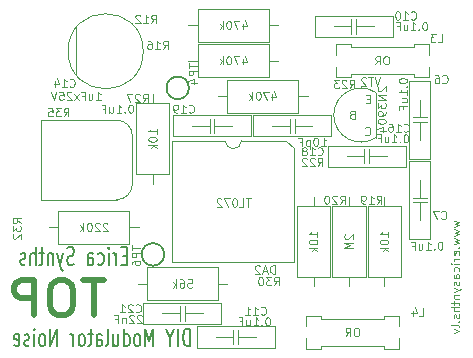
<source format=gbo>
G04 #@! TF.FileFunction,Legend,Bot*
%FSLAX46Y46*%
G04 Gerber Fmt 4.6, Leading zero omitted, Abs format (unit mm)*
G04 Created by KiCad (PCBNEW (2016-08-20 BZR 7083)-product) date Sun Jan  1 23:07:31 2017*
%MOMM*%
%LPD*%
G01*
G04 APERTURE LIST*
%ADD10C,0.100000*%
%ADD11C,0.500000*%
%ADD12C,0.150000*%
G04 APERTURE END LIST*
D10*
D11*
X8428571Y6642858D02*
X6714285Y6642858D01*
X7571428Y3642858D02*
X7571428Y6642858D01*
X5142857Y6642858D02*
X4571428Y6642858D01*
X4285714Y6500000D01*
X4000000Y6214286D01*
X3857142Y5642858D01*
X3857142Y4642858D01*
X4000000Y4071429D01*
X4285714Y3785715D01*
X4571428Y3642858D01*
X5142857Y3642858D01*
X5428571Y3785715D01*
X5714285Y4071429D01*
X5857142Y4642858D01*
X5857142Y5642858D01*
X5714285Y6214286D01*
X5428571Y6500000D01*
X5142857Y6642858D01*
X2571428Y3642858D02*
X2571428Y6642858D01*
X1428571Y6642858D01*
X1142857Y6500000D01*
X1000000Y6357143D01*
X857142Y6071429D01*
X857142Y5642858D01*
X1000000Y5357143D01*
X1142857Y5214286D01*
X1428571Y5071429D01*
X2571428Y5071429D01*
D10*
X29450000Y20650000D02*
X29350000Y20616667D01*
X29316666Y20583334D01*
X29283333Y20516667D01*
X29283333Y20416667D01*
X29316666Y20350000D01*
X29350000Y20316667D01*
X29416666Y20283334D01*
X29683333Y20283334D01*
X29683333Y20983334D01*
X29450000Y20983334D01*
X29383333Y20950000D01*
X29350000Y20916667D01*
X29316666Y20850000D01*
X29316666Y20783334D01*
X29350000Y20716667D01*
X29383333Y20683334D01*
X29450000Y20650000D01*
X29683333Y20650000D01*
X30583333Y18950000D02*
X30616666Y18916667D01*
X30716666Y18883334D01*
X30783333Y18883334D01*
X30883333Y18916667D01*
X30950000Y18983334D01*
X30983333Y19050000D01*
X31016666Y19183334D01*
X31016666Y19283334D01*
X30983333Y19416667D01*
X30950000Y19483334D01*
X30883333Y19550000D01*
X30783333Y19583334D01*
X30716666Y19583334D01*
X30616666Y19550000D01*
X30583333Y19516667D01*
X30950000Y21950000D02*
X30716666Y21950000D01*
X30616666Y21583334D02*
X30950000Y21583334D01*
X30950000Y22283334D01*
X30616666Y22283334D01*
X31683333Y23000000D02*
X31650000Y22966667D01*
X31616666Y22900000D01*
X31616666Y22733334D01*
X31650000Y22666667D01*
X31683333Y22633334D01*
X31750000Y22600000D01*
X31816666Y22600000D01*
X31916666Y22633334D01*
X32316666Y23033334D01*
X32316666Y22600000D01*
X32316666Y22300000D02*
X31616666Y22300000D01*
X32316666Y21900000D01*
X31616666Y21900000D01*
X31616666Y21633334D02*
X31616666Y21200000D01*
X31883333Y21433334D01*
X31883333Y21333334D01*
X31916666Y21266667D01*
X31950000Y21233334D01*
X32016666Y21200000D01*
X32183333Y21200000D01*
X32250000Y21233334D01*
X32283333Y21266667D01*
X32316666Y21333334D01*
X32316666Y21533334D01*
X32283333Y21600000D01*
X32250000Y21633334D01*
X32316666Y20866667D02*
X32316666Y20733334D01*
X32283333Y20666667D01*
X32250000Y20633334D01*
X32150000Y20566667D01*
X32016666Y20533334D01*
X31750000Y20533334D01*
X31683333Y20566667D01*
X31650000Y20600000D01*
X31616666Y20666667D01*
X31616666Y20800000D01*
X31650000Y20866667D01*
X31683333Y20900000D01*
X31750000Y20933334D01*
X31916666Y20933334D01*
X31983333Y20900000D01*
X32016666Y20866667D01*
X32050000Y20800000D01*
X32050000Y20666667D01*
X32016666Y20600000D01*
X31983333Y20566667D01*
X31916666Y20533334D01*
X31616666Y20100000D02*
X31616666Y20033334D01*
X31650000Y19966667D01*
X31683333Y19933334D01*
X31750000Y19900000D01*
X31883333Y19866667D01*
X32050000Y19866667D01*
X32183333Y19900000D01*
X32250000Y19933334D01*
X32283333Y19966667D01*
X32316666Y20033334D01*
X32316666Y20100000D01*
X32283333Y20166667D01*
X32250000Y20200000D01*
X32183333Y20233334D01*
X32050000Y20266667D01*
X31883333Y20266667D01*
X31750000Y20233334D01*
X31683333Y20200000D01*
X31650000Y20166667D01*
X31616666Y20100000D01*
X31850000Y19266667D02*
X32316666Y19266667D01*
X31583333Y19433334D02*
X32083333Y19600000D01*
X32083333Y19166667D01*
D12*
X15728571Y1021429D02*
X15728571Y2521429D01*
X15490476Y2521429D01*
X15347619Y2450000D01*
X15252380Y2307143D01*
X15204761Y2164286D01*
X15157142Y1878572D01*
X15157142Y1664286D01*
X15204761Y1378572D01*
X15252380Y1235715D01*
X15347619Y1092858D01*
X15490476Y1021429D01*
X15728571Y1021429D01*
X14728571Y1021429D02*
X14728571Y2521429D01*
X14061904Y1735715D02*
X14061904Y1021429D01*
X14395238Y2521429D02*
X14061904Y1735715D01*
X13728571Y2521429D01*
X12633333Y1021429D02*
X12633333Y2521429D01*
X12300000Y1450000D01*
X11966666Y2521429D01*
X11966666Y1021429D01*
X11347619Y1021429D02*
X11442857Y1092858D01*
X11490476Y1164286D01*
X11538095Y1307143D01*
X11538095Y1735715D01*
X11490476Y1878572D01*
X11442857Y1950000D01*
X11347619Y2021429D01*
X11204761Y2021429D01*
X11109523Y1950000D01*
X11061904Y1878572D01*
X11014285Y1735715D01*
X11014285Y1307143D01*
X11061904Y1164286D01*
X11109523Y1092858D01*
X11204761Y1021429D01*
X11347619Y1021429D01*
X10157142Y1021429D02*
X10157142Y2521429D01*
X10157142Y1092858D02*
X10252380Y1021429D01*
X10442857Y1021429D01*
X10538095Y1092858D01*
X10585714Y1164286D01*
X10633333Y1307143D01*
X10633333Y1735715D01*
X10585714Y1878572D01*
X10538095Y1950000D01*
X10442857Y2021429D01*
X10252380Y2021429D01*
X10157142Y1950000D01*
X9252380Y2021429D02*
X9252380Y1021429D01*
X9680952Y2021429D02*
X9680952Y1235715D01*
X9633333Y1092858D01*
X9538095Y1021429D01*
X9395238Y1021429D01*
X9300000Y1092858D01*
X9252380Y1164286D01*
X8633333Y1021429D02*
X8728571Y1092858D01*
X8776190Y1235715D01*
X8776190Y2521429D01*
X7823809Y1021429D02*
X7823809Y1807143D01*
X7871428Y1950000D01*
X7966666Y2021429D01*
X8157142Y2021429D01*
X8252380Y1950000D01*
X7823809Y1092858D02*
X7919047Y1021429D01*
X8157142Y1021429D01*
X8252380Y1092858D01*
X8300000Y1235715D01*
X8300000Y1378572D01*
X8252380Y1521429D01*
X8157142Y1592858D01*
X7919047Y1592858D01*
X7823809Y1664286D01*
X7490476Y2021429D02*
X7109523Y2021429D01*
X7347619Y2521429D02*
X7347619Y1235715D01*
X7300000Y1092858D01*
X7204761Y1021429D01*
X7109523Y1021429D01*
X6633333Y1021429D02*
X6728571Y1092858D01*
X6776190Y1164286D01*
X6823809Y1307143D01*
X6823809Y1735715D01*
X6776190Y1878572D01*
X6728571Y1950000D01*
X6633333Y2021429D01*
X6490476Y2021429D01*
X6395238Y1950000D01*
X6347619Y1878572D01*
X6300000Y1735715D01*
X6300000Y1307143D01*
X6347619Y1164286D01*
X6395238Y1092858D01*
X6490476Y1021429D01*
X6633333Y1021429D01*
X5871428Y1021429D02*
X5871428Y2021429D01*
X5871428Y1735715D02*
X5823809Y1878572D01*
X5776190Y1950000D01*
X5680952Y2021429D01*
X5585714Y2021429D01*
X4490476Y1021429D02*
X4490476Y2521429D01*
X3919047Y1021429D01*
X3919047Y2521429D01*
X3300000Y1021429D02*
X3395238Y1092858D01*
X3442857Y1164286D01*
X3490476Y1307143D01*
X3490476Y1735715D01*
X3442857Y1878572D01*
X3395238Y1950000D01*
X3300000Y2021429D01*
X3157142Y2021429D01*
X3061904Y1950000D01*
X3014285Y1878572D01*
X2966666Y1735715D01*
X2966666Y1307143D01*
X3014285Y1164286D01*
X3061904Y1092858D01*
X3157142Y1021429D01*
X3300000Y1021429D01*
X2538095Y1021429D02*
X2538095Y2021429D01*
X2538095Y2521429D02*
X2585714Y2450000D01*
X2538095Y2378572D01*
X2490476Y2450000D01*
X2538095Y2521429D01*
X2538095Y2378572D01*
X2109523Y1092858D02*
X2014285Y1021429D01*
X1823809Y1021429D01*
X1728571Y1092858D01*
X1680952Y1235715D01*
X1680952Y1307143D01*
X1728571Y1450000D01*
X1823809Y1521429D01*
X1966666Y1521429D01*
X2061904Y1592858D01*
X2109523Y1735715D01*
X2109523Y1807143D01*
X2061904Y1950000D01*
X1966666Y2021429D01*
X1823809Y2021429D01*
X1728571Y1950000D01*
X871428Y1092858D02*
X966666Y1021429D01*
X1157142Y1021429D01*
X1252380Y1092858D01*
X1300000Y1235715D01*
X1300000Y1807143D01*
X1252380Y1950000D01*
X1157142Y2021429D01*
X966666Y2021429D01*
X871428Y1950000D01*
X823809Y1807143D01*
X823809Y1664286D01*
X1300000Y1521429D01*
D10*
X38050000Y11650000D02*
X38516666Y11516667D01*
X38183333Y11383334D01*
X38516666Y11250000D01*
X38050000Y11116667D01*
X38050000Y10916667D02*
X38516666Y10783334D01*
X38183333Y10650000D01*
X38516666Y10516667D01*
X38050000Y10383334D01*
X38050000Y10183334D02*
X38516666Y10050000D01*
X38183333Y9916667D01*
X38516666Y9783334D01*
X38050000Y9650000D01*
X38450000Y9383334D02*
X38483333Y9350000D01*
X38516666Y9383334D01*
X38483333Y9416667D01*
X38450000Y9383334D01*
X38516666Y9383334D01*
X38483333Y8783334D02*
X38516666Y8850000D01*
X38516666Y8983334D01*
X38483333Y9050000D01*
X38416666Y9083334D01*
X38150000Y9083334D01*
X38083333Y9050000D01*
X38050000Y8983334D01*
X38050000Y8850000D01*
X38083333Y8783334D01*
X38150000Y8750000D01*
X38216666Y8750000D01*
X38283333Y9083334D01*
X38516666Y8450000D02*
X38050000Y8450000D01*
X38183333Y8450000D02*
X38116666Y8416667D01*
X38083333Y8383334D01*
X38050000Y8316667D01*
X38050000Y8250000D01*
X38516666Y8016667D02*
X38050000Y8016667D01*
X37816666Y8016667D02*
X37850000Y8050000D01*
X37883333Y8016667D01*
X37850000Y7983334D01*
X37816666Y8016667D01*
X37883333Y8016667D01*
X38483333Y7383334D02*
X38516666Y7450000D01*
X38516666Y7583334D01*
X38483333Y7650000D01*
X38450000Y7683334D01*
X38383333Y7716667D01*
X38183333Y7716667D01*
X38116666Y7683334D01*
X38083333Y7650000D01*
X38050000Y7583334D01*
X38050000Y7450000D01*
X38083333Y7383334D01*
X38516666Y6783334D02*
X38150000Y6783334D01*
X38083333Y6816667D01*
X38050000Y6883334D01*
X38050000Y7016667D01*
X38083333Y7083334D01*
X38483333Y6783334D02*
X38516666Y6850000D01*
X38516666Y7016667D01*
X38483333Y7083334D01*
X38416666Y7116667D01*
X38350000Y7116667D01*
X38283333Y7083334D01*
X38250000Y7016667D01*
X38250000Y6850000D01*
X38216666Y6783334D01*
X38483333Y6483334D02*
X38516666Y6416667D01*
X38516666Y6283334D01*
X38483333Y6216667D01*
X38416666Y6183334D01*
X38383333Y6183334D01*
X38316666Y6216667D01*
X38283333Y6283334D01*
X38283333Y6383334D01*
X38250000Y6450000D01*
X38183333Y6483334D01*
X38150000Y6483334D01*
X38083333Y6450000D01*
X38050000Y6383334D01*
X38050000Y6283334D01*
X38083333Y6216667D01*
X38050000Y5950000D02*
X38516666Y5783334D01*
X38050000Y5616667D02*
X38516666Y5783334D01*
X38683333Y5850000D01*
X38716666Y5883334D01*
X38750000Y5950000D01*
X38050000Y5350000D02*
X38516666Y5350000D01*
X38116666Y5350000D02*
X38083333Y5316667D01*
X38050000Y5250000D01*
X38050000Y5150000D01*
X38083333Y5083334D01*
X38150000Y5050000D01*
X38516666Y5050000D01*
X38050000Y4816667D02*
X38050000Y4550000D01*
X37816666Y4716667D02*
X38416666Y4716667D01*
X38483333Y4683334D01*
X38516666Y4616667D01*
X38516666Y4550000D01*
X38516666Y4316667D02*
X37816666Y4316667D01*
X38516666Y4016667D02*
X38150000Y4016667D01*
X38083333Y4050000D01*
X38050000Y4116667D01*
X38050000Y4216667D01*
X38083333Y4283334D01*
X38116666Y4316667D01*
X38483333Y3716667D02*
X38516666Y3650000D01*
X38516666Y3516667D01*
X38483333Y3450000D01*
X38416666Y3416667D01*
X38383333Y3416667D01*
X38316666Y3450000D01*
X38283333Y3516667D01*
X38283333Y3616667D01*
X38250000Y3683334D01*
X38183333Y3716667D01*
X38150000Y3716667D01*
X38083333Y3683334D01*
X38050000Y3616667D01*
X38050000Y3516667D01*
X38083333Y3450000D01*
X38450000Y3116667D02*
X38483333Y3083334D01*
X38516666Y3116667D01*
X38483333Y3150000D01*
X38450000Y3116667D01*
X38516666Y3116667D01*
X38516666Y2683334D02*
X38483333Y2750000D01*
X38416666Y2783334D01*
X37816666Y2783334D01*
X38050000Y2483334D02*
X38516666Y2316667D01*
X38050000Y2150000D01*
D12*
X10376190Y8707143D02*
X10042857Y8707143D01*
X9900000Y7921429D02*
X10376190Y7921429D01*
X10376190Y9421429D01*
X9900000Y9421429D01*
X9471428Y7921429D02*
X9471428Y8921429D01*
X9471428Y8635715D02*
X9423809Y8778572D01*
X9376190Y8850000D01*
X9280952Y8921429D01*
X9185714Y8921429D01*
X8852380Y7921429D02*
X8852380Y8921429D01*
X8852380Y9421429D02*
X8900000Y9350000D01*
X8852380Y9278572D01*
X8804761Y9350000D01*
X8852380Y9421429D01*
X8852380Y9278572D01*
X7947619Y7992858D02*
X8042857Y7921429D01*
X8233333Y7921429D01*
X8328571Y7992858D01*
X8376190Y8064286D01*
X8423809Y8207143D01*
X8423809Y8635715D01*
X8376190Y8778572D01*
X8328571Y8850000D01*
X8233333Y8921429D01*
X8042857Y8921429D01*
X7947619Y8850000D01*
X7090476Y7921429D02*
X7090476Y8707143D01*
X7138095Y8850000D01*
X7233333Y8921429D01*
X7423809Y8921429D01*
X7519047Y8850000D01*
X7090476Y7992858D02*
X7185714Y7921429D01*
X7423809Y7921429D01*
X7519047Y7992858D01*
X7566666Y8135715D01*
X7566666Y8278572D01*
X7519047Y8421429D01*
X7423809Y8492858D01*
X7185714Y8492858D01*
X7090476Y8564286D01*
X5900000Y7992858D02*
X5757142Y7921429D01*
X5519047Y7921429D01*
X5423809Y7992858D01*
X5376190Y8064286D01*
X5328571Y8207143D01*
X5328571Y8350000D01*
X5376190Y8492858D01*
X5423809Y8564286D01*
X5519047Y8635715D01*
X5709523Y8707143D01*
X5804761Y8778572D01*
X5852380Y8850000D01*
X5900000Y8992858D01*
X5900000Y9135715D01*
X5852380Y9278572D01*
X5804761Y9350000D01*
X5709523Y9421429D01*
X5471428Y9421429D01*
X5328571Y9350000D01*
X4995238Y8921429D02*
X4757142Y7921429D01*
X4519047Y8921429D02*
X4757142Y7921429D01*
X4852380Y7564286D01*
X4900000Y7492858D01*
X4995238Y7421429D01*
X4138095Y8921429D02*
X4138095Y7921429D01*
X4138095Y8778572D02*
X4090476Y8850000D01*
X3995238Y8921429D01*
X3852380Y8921429D01*
X3757142Y8850000D01*
X3709523Y8707143D01*
X3709523Y7921429D01*
X3376190Y8921429D02*
X2995238Y8921429D01*
X3233333Y9421429D02*
X3233333Y8135715D01*
X3185714Y7992858D01*
X3090476Y7921429D01*
X2995238Y7921429D01*
X2661904Y7921429D02*
X2661904Y9421429D01*
X2233333Y7921429D02*
X2233333Y8707143D01*
X2280952Y8850000D01*
X2376190Y8921429D01*
X2519047Y8921429D01*
X2614285Y8850000D01*
X2661904Y8778572D01*
X1804761Y7992858D02*
X1709523Y7921429D01*
X1519047Y7921429D01*
X1423809Y7992858D01*
X1376190Y8135715D01*
X1376190Y8207143D01*
X1423809Y8350000D01*
X1519047Y8421429D01*
X1661904Y8421429D01*
X1757142Y8492858D01*
X1804761Y8635715D01*
X1804761Y8707143D01*
X1757142Y8850000D01*
X1661904Y8921429D01*
X1519047Y8921429D01*
X1423809Y8850000D01*
D10*
X35200000Y20400000D02*
X35200000Y21900000D01*
X35200000Y20000000D02*
X35200000Y18500000D01*
X34600000Y20000000D02*
X35800000Y20000000D01*
X34600000Y20400000D02*
X35800000Y20400000D01*
X34300000Y23500000D02*
X34300000Y16900000D01*
X34300000Y16900000D02*
X36100000Y16900000D01*
X36100000Y16900000D02*
X36100000Y23500000D01*
X36100000Y23500000D02*
X34300000Y23500000D01*
X35200000Y13200000D02*
X35200000Y11700000D01*
X35200000Y13600000D02*
X35200000Y15100000D01*
X35800000Y13600000D02*
X34600000Y13600000D01*
X35800000Y13200000D02*
X34600000Y13200000D01*
X36100000Y10100000D02*
X36100000Y16700000D01*
X36100000Y16700000D02*
X34300000Y16700000D01*
X34300000Y16700000D02*
X34300000Y10100000D01*
X34300000Y10100000D02*
X36100000Y10100000D01*
X29400000Y28100000D02*
X27900000Y28100000D01*
X29800000Y28100000D02*
X31300000Y28100000D01*
X29800000Y27500000D02*
X29800000Y28700000D01*
X29400000Y27500000D02*
X29400000Y28700000D01*
X26300000Y27200000D02*
X32900000Y27200000D01*
X32900000Y27200000D02*
X32900000Y29000000D01*
X32900000Y29000000D02*
X26300000Y29000000D01*
X26300000Y29000000D02*
X26300000Y27200000D01*
X19800000Y1800000D02*
X21300000Y1800000D01*
X19400000Y1800000D02*
X17900000Y1800000D01*
X19400000Y2400000D02*
X19400000Y1200000D01*
X19800000Y2400000D02*
X19800000Y1200000D01*
X22900000Y2700000D02*
X16300000Y2700000D01*
X16300000Y2700000D02*
X16300000Y900000D01*
X16300000Y900000D02*
X22900000Y900000D01*
X22900000Y900000D02*
X22900000Y2700000D01*
X6123500Y27968500D02*
X6123500Y24031500D01*
X11780710Y26000000D02*
G75*
G03X11780710Y26000000I-3180710J0D01*
G01*
X30900000Y17100000D02*
X32400000Y17100000D01*
X30500000Y17100000D02*
X29000000Y17100000D01*
X30500000Y17700000D02*
X30500000Y16500000D01*
X30900000Y17700000D02*
X30900000Y16500000D01*
X34000000Y18000000D02*
X27400000Y18000000D01*
X27400000Y18000000D02*
X27400000Y16200000D01*
X27400000Y16200000D02*
X34000000Y16200000D01*
X34000000Y16200000D02*
X34000000Y18000000D01*
X24600000Y19700000D02*
X26100000Y19700000D01*
X24200000Y19700000D02*
X22700000Y19700000D01*
X24200000Y20300000D02*
X24200000Y19100000D01*
X24600000Y20300000D02*
X24600000Y19100000D01*
X27700000Y20600000D02*
X21100000Y20600000D01*
X21100000Y20600000D02*
X21100000Y18800000D01*
X21100000Y18800000D02*
X27700000Y18800000D01*
X27700000Y18800000D02*
X27700000Y20600000D01*
X17800000Y19700000D02*
X19300000Y19700000D01*
X17400000Y19700000D02*
X15900000Y19700000D01*
X17400000Y20300000D02*
X17400000Y19100000D01*
X17800000Y20300000D02*
X17800000Y19100000D01*
X20900000Y20600000D02*
X14300000Y20600000D01*
X14300000Y20600000D02*
X14300000Y18800000D01*
X14300000Y18800000D02*
X20900000Y18800000D01*
X20900000Y18800000D02*
X20900000Y20600000D01*
X14900000Y3800000D02*
X13400000Y3800000D01*
X15300000Y3800000D02*
X16800000Y3800000D01*
X15300000Y3200000D02*
X15300000Y4400000D01*
X14900000Y3200000D02*
X14900000Y4400000D01*
X11800000Y2900000D02*
X18400000Y2900000D01*
X18400000Y2900000D02*
X18400000Y4700000D01*
X18400000Y4700000D02*
X11800000Y4700000D01*
X11800000Y4700000D02*
X11800000Y2900000D01*
X23908500Y18443500D02*
X24543500Y17808500D01*
X24543500Y17808500D02*
X24543500Y8156500D01*
X20098500Y18443500D02*
X23908500Y18443500D01*
X18701500Y18443500D02*
X14256500Y18443500D01*
X19400000Y17745000D02*
G75*
G02X18701500Y18443500I0J698500D01*
G01*
X20098500Y18443500D02*
G75*
G02X19400000Y17745000I-698500J0D01*
G01*
X14256500Y8156500D02*
X24543500Y8156500D01*
X14256500Y8156500D02*
X14256500Y18443500D01*
X35937000Y23803000D02*
X34667000Y23803000D01*
X34667000Y23803000D02*
X34667000Y24057000D01*
X34667000Y24057000D02*
X29333000Y24057000D01*
X29333000Y24057000D02*
X29333000Y23803000D01*
X29333000Y23803000D02*
X28063000Y23803000D01*
X28063000Y23803000D02*
X28063000Y24692000D01*
X35937000Y24692000D02*
X35937000Y23803000D01*
X35937000Y26597000D02*
X35937000Y25708000D01*
X35937000Y26597000D02*
X34667000Y26597000D01*
X34667000Y26597000D02*
X34667000Y26343000D01*
X34667000Y26343000D02*
X29333000Y26343000D01*
X29333000Y26343000D02*
X29333000Y26597000D01*
X29333000Y26597000D02*
X28063000Y26597000D01*
X28063000Y26597000D02*
X28063000Y25708000D01*
X33437000Y803000D02*
X32167000Y803000D01*
X32167000Y803000D02*
X32167000Y1057000D01*
X32167000Y1057000D02*
X26833000Y1057000D01*
X26833000Y1057000D02*
X26833000Y803000D01*
X26833000Y803000D02*
X25563000Y803000D01*
X25563000Y803000D02*
X25563000Y1692000D01*
X33437000Y1692000D02*
X33437000Y803000D01*
X33437000Y3597000D02*
X33437000Y2708000D01*
X33437000Y3597000D02*
X32167000Y3597000D01*
X32167000Y3597000D02*
X32167000Y3343000D01*
X32167000Y3343000D02*
X26833000Y3343000D01*
X26833000Y3343000D02*
X26833000Y3597000D01*
X26833000Y3597000D02*
X25563000Y3597000D01*
X25563000Y3597000D02*
X25563000Y2708000D01*
X16400000Y28200000D02*
X15600000Y28200000D01*
X22400000Y28200000D02*
X23200000Y28200000D01*
X16400000Y29600000D02*
X16400000Y26800000D01*
X16400000Y26800000D02*
X22400000Y26800000D01*
X22400000Y26800000D02*
X22400000Y29600000D01*
X22400000Y29600000D02*
X16400000Y29600000D01*
X22400000Y25200000D02*
X23200000Y25200000D01*
X16400000Y25200000D02*
X15600000Y25200000D01*
X22400000Y23800000D02*
X22400000Y26600000D01*
X22400000Y26600000D02*
X16400000Y26600000D01*
X16400000Y26600000D02*
X16400000Y23800000D01*
X16400000Y23800000D02*
X22400000Y23800000D01*
X32200000Y12900000D02*
X32200000Y13700000D01*
X32200000Y6900000D02*
X32200000Y6100000D01*
X33600000Y12900000D02*
X30800000Y12900000D01*
X30800000Y12900000D02*
X30800000Y6900000D01*
X30800000Y6900000D02*
X33600000Y6900000D01*
X33600000Y6900000D02*
X33600000Y12900000D01*
X29200000Y12900000D02*
X29200000Y13700000D01*
X29200000Y6900000D02*
X29200000Y6100000D01*
X30600000Y12900000D02*
X27800000Y12900000D01*
X27800000Y12900000D02*
X27800000Y6900000D01*
X27800000Y6900000D02*
X30600000Y6900000D01*
X30600000Y6900000D02*
X30600000Y12900000D01*
X26200000Y12900000D02*
X26200000Y13700000D01*
X26200000Y6900000D02*
X26200000Y6100000D01*
X27600000Y12900000D02*
X24800000Y12900000D01*
X24800000Y12900000D02*
X24800000Y6900000D01*
X24800000Y6900000D02*
X27600000Y6900000D01*
X27600000Y6900000D02*
X27600000Y12900000D01*
X18900000Y22200000D02*
X18100000Y22200000D01*
X24900000Y22200000D02*
X25700000Y22200000D01*
X18900000Y23600000D02*
X18900000Y20800000D01*
X18900000Y20800000D02*
X24900000Y20800000D01*
X24900000Y20800000D02*
X24900000Y23600000D01*
X24900000Y23600000D02*
X18900000Y23600000D01*
X12600000Y15600000D02*
X12600000Y14800000D01*
X12600000Y21600000D02*
X12600000Y22400000D01*
X11200000Y15600000D02*
X14000000Y15600000D01*
X14000000Y15600000D02*
X14000000Y21600000D01*
X14000000Y21600000D02*
X11200000Y21600000D01*
X11200000Y21600000D02*
X11200000Y15600000D01*
X12100000Y6300000D02*
X11300000Y6300000D01*
X18100000Y6300000D02*
X18900000Y6300000D01*
X12100000Y7700000D02*
X12100000Y4900000D01*
X12100000Y4900000D02*
X18100000Y4900000D01*
X18100000Y4900000D02*
X18100000Y7700000D01*
X18100000Y7700000D02*
X12100000Y7700000D01*
X4600000Y11100000D02*
X3800000Y11100000D01*
X10600000Y11100000D02*
X11400000Y11100000D01*
X4600000Y12500000D02*
X4600000Y9700000D01*
X4600000Y9700000D02*
X10600000Y9700000D01*
X10600000Y9700000D02*
X10600000Y12500000D01*
X10600000Y12500000D02*
X4600000Y12500000D01*
X10865500Y14768000D02*
X10865500Y18832000D01*
X3118500Y13434500D02*
X9532000Y13434500D01*
X9532000Y20165500D02*
X3118500Y20165500D01*
X10865500Y14768000D02*
G75*
G02X9532000Y13434500I-1333500J0D01*
G01*
X9532000Y20165500D02*
G75*
G02X10865500Y18832000I0J-1333500D01*
G01*
X3118500Y13434500D02*
X3118500Y20165500D01*
X31470000Y22505000D02*
X31470000Y18695000D01*
X31473983Y18697661D02*
G75*
G02X31470000Y22505000I-1273983J1902339D01*
G01*
D12*
X15650000Y22900000D02*
G75*
G03X15650000Y22900000I-950000J0D01*
G01*
X13550000Y8800000D02*
G75*
G03X13550000Y8800000I-950000J0D01*
G01*
D10*
X33416666Y23550000D02*
X33416666Y23483334D01*
X33450000Y23416667D01*
X33483333Y23383334D01*
X33550000Y23350000D01*
X33683333Y23316667D01*
X33850000Y23316667D01*
X33983333Y23350000D01*
X34050000Y23383334D01*
X34083333Y23416667D01*
X34116666Y23483334D01*
X34116666Y23550000D01*
X34083333Y23616667D01*
X34050000Y23650000D01*
X33983333Y23683334D01*
X33850000Y23716667D01*
X33683333Y23716667D01*
X33550000Y23683334D01*
X33483333Y23650000D01*
X33450000Y23616667D01*
X33416666Y23550000D01*
X34050000Y23016667D02*
X34083333Y22983334D01*
X34116666Y23016667D01*
X34083333Y23050000D01*
X34050000Y23016667D01*
X34116666Y23016667D01*
X34116666Y22316667D02*
X34116666Y22716667D01*
X34116666Y22516667D02*
X33416666Y22516667D01*
X33516666Y22583334D01*
X33583333Y22650000D01*
X33616666Y22716667D01*
X33650000Y21716667D02*
X34116666Y21716667D01*
X33650000Y22016667D02*
X34016666Y22016667D01*
X34083333Y21983334D01*
X34116666Y21916667D01*
X34116666Y21816667D01*
X34083333Y21750000D01*
X34050000Y21716667D01*
X33750000Y21150000D02*
X33750000Y21383334D01*
X34116666Y21383334D02*
X33416666Y21383334D01*
X33416666Y21050000D01*
X37116666Y23350000D02*
X37150000Y23316667D01*
X37250000Y23283334D01*
X37316666Y23283334D01*
X37416666Y23316667D01*
X37483333Y23383334D01*
X37516666Y23450000D01*
X37550000Y23583334D01*
X37550000Y23683334D01*
X37516666Y23816667D01*
X37483333Y23883334D01*
X37416666Y23950000D01*
X37316666Y23983334D01*
X37250000Y23983334D01*
X37150000Y23950000D01*
X37116666Y23916667D01*
X36516666Y23983334D02*
X36650000Y23983334D01*
X36716666Y23950000D01*
X36750000Y23916667D01*
X36816666Y23816667D01*
X36850000Y23683334D01*
X36850000Y23416667D01*
X36816666Y23350000D01*
X36783333Y23316667D01*
X36716666Y23283334D01*
X36583333Y23283334D01*
X36516666Y23316667D01*
X36483333Y23350000D01*
X36450000Y23416667D01*
X36450000Y23583334D01*
X36483333Y23650000D01*
X36516666Y23683334D01*
X36583333Y23716667D01*
X36716666Y23716667D01*
X36783333Y23683334D01*
X36816666Y23650000D01*
X36850000Y23583334D01*
X36950000Y9883334D02*
X36883333Y9883334D01*
X36816666Y9850000D01*
X36783333Y9816667D01*
X36750000Y9750000D01*
X36716666Y9616667D01*
X36716666Y9450000D01*
X36750000Y9316667D01*
X36783333Y9250000D01*
X36816666Y9216667D01*
X36883333Y9183334D01*
X36950000Y9183334D01*
X37016666Y9216667D01*
X37050000Y9250000D01*
X37083333Y9316667D01*
X37116666Y9450000D01*
X37116666Y9616667D01*
X37083333Y9750000D01*
X37050000Y9816667D01*
X37016666Y9850000D01*
X36950000Y9883334D01*
X36416666Y9250000D02*
X36383333Y9216667D01*
X36416666Y9183334D01*
X36450000Y9216667D01*
X36416666Y9250000D01*
X36416666Y9183334D01*
X35716666Y9183334D02*
X36116666Y9183334D01*
X35916666Y9183334D02*
X35916666Y9883334D01*
X35983333Y9783334D01*
X36050000Y9716667D01*
X36116666Y9683334D01*
X35116666Y9650000D02*
X35116666Y9183334D01*
X35416666Y9650000D02*
X35416666Y9283334D01*
X35383333Y9216667D01*
X35316666Y9183334D01*
X35216666Y9183334D01*
X35150000Y9216667D01*
X35116666Y9250000D01*
X34550000Y9550000D02*
X34783333Y9550000D01*
X34783333Y9183334D02*
X34783333Y9883334D01*
X34450000Y9883334D01*
X37016666Y11850000D02*
X37050000Y11816667D01*
X37150000Y11783334D01*
X37216666Y11783334D01*
X37316666Y11816667D01*
X37383333Y11883334D01*
X37416666Y11950000D01*
X37450000Y12083334D01*
X37450000Y12183334D01*
X37416666Y12316667D01*
X37383333Y12383334D01*
X37316666Y12450000D01*
X37216666Y12483334D01*
X37150000Y12483334D01*
X37050000Y12450000D01*
X37016666Y12416667D01*
X36783333Y12483334D02*
X36316666Y12483334D01*
X36616666Y11783334D01*
X35650000Y28483334D02*
X35583333Y28483334D01*
X35516666Y28450000D01*
X35483333Y28416667D01*
X35450000Y28350000D01*
X35416666Y28216667D01*
X35416666Y28050000D01*
X35450000Y27916667D01*
X35483333Y27850000D01*
X35516666Y27816667D01*
X35583333Y27783334D01*
X35650000Y27783334D01*
X35716666Y27816667D01*
X35750000Y27850000D01*
X35783333Y27916667D01*
X35816666Y28050000D01*
X35816666Y28216667D01*
X35783333Y28350000D01*
X35750000Y28416667D01*
X35716666Y28450000D01*
X35650000Y28483334D01*
X35116666Y27850000D02*
X35083333Y27816667D01*
X35116666Y27783334D01*
X35150000Y27816667D01*
X35116666Y27850000D01*
X35116666Y27783334D01*
X34416666Y27783334D02*
X34816666Y27783334D01*
X34616666Y27783334D02*
X34616666Y28483334D01*
X34683333Y28383334D01*
X34750000Y28316667D01*
X34816666Y28283334D01*
X33816666Y28250000D02*
X33816666Y27783334D01*
X34116666Y28250000D02*
X34116666Y27883334D01*
X34083333Y27816667D01*
X34016666Y27783334D01*
X33916666Y27783334D01*
X33850000Y27816667D01*
X33816666Y27850000D01*
X33250000Y28150000D02*
X33483333Y28150000D01*
X33483333Y27783334D02*
X33483333Y28483334D01*
X33150000Y28483334D01*
X34450000Y28750000D02*
X34483333Y28716667D01*
X34583333Y28683334D01*
X34650000Y28683334D01*
X34750000Y28716667D01*
X34816666Y28783334D01*
X34850000Y28850000D01*
X34883333Y28983334D01*
X34883333Y29083334D01*
X34850000Y29216667D01*
X34816666Y29283334D01*
X34750000Y29350000D01*
X34650000Y29383334D01*
X34583333Y29383334D01*
X34483333Y29350000D01*
X34450000Y29316667D01*
X33783333Y28683334D02*
X34183333Y28683334D01*
X33983333Y28683334D02*
X33983333Y29383334D01*
X34050000Y29283334D01*
X34116666Y29216667D01*
X34183333Y29183334D01*
X33350000Y29383334D02*
X33283333Y29383334D01*
X33216666Y29350000D01*
X33183333Y29316667D01*
X33150000Y29250000D01*
X33116666Y29116667D01*
X33116666Y28950000D01*
X33150000Y28816667D01*
X33183333Y28750000D01*
X33216666Y28716667D01*
X33283333Y28683334D01*
X33350000Y28683334D01*
X33416666Y28716667D01*
X33450000Y28750000D01*
X33483333Y28816667D01*
X33516666Y28950000D01*
X33516666Y29116667D01*
X33483333Y29250000D01*
X33450000Y29316667D01*
X33416666Y29350000D01*
X33350000Y29383334D01*
X22350000Y3483334D02*
X22283333Y3483334D01*
X22216666Y3450000D01*
X22183333Y3416667D01*
X22150000Y3350000D01*
X22116666Y3216667D01*
X22116666Y3050000D01*
X22150000Y2916667D01*
X22183333Y2850000D01*
X22216666Y2816667D01*
X22283333Y2783334D01*
X22350000Y2783334D01*
X22416666Y2816667D01*
X22450000Y2850000D01*
X22483333Y2916667D01*
X22516666Y3050000D01*
X22516666Y3216667D01*
X22483333Y3350000D01*
X22450000Y3416667D01*
X22416666Y3450000D01*
X22350000Y3483334D01*
X21816666Y2850000D02*
X21783333Y2816667D01*
X21816666Y2783334D01*
X21850000Y2816667D01*
X21816666Y2850000D01*
X21816666Y2783334D01*
X21116666Y2783334D02*
X21516666Y2783334D01*
X21316666Y2783334D02*
X21316666Y3483334D01*
X21383333Y3383334D01*
X21450000Y3316667D01*
X21516666Y3283334D01*
X20516666Y3250000D02*
X20516666Y2783334D01*
X20816666Y3250000D02*
X20816666Y2883334D01*
X20783333Y2816667D01*
X20716666Y2783334D01*
X20616666Y2783334D01*
X20550000Y2816667D01*
X20516666Y2850000D01*
X19950000Y3150000D02*
X20183333Y3150000D01*
X20183333Y2783334D02*
X20183333Y3483334D01*
X19850000Y3483334D01*
X21750000Y3750000D02*
X21783333Y3716667D01*
X21883333Y3683334D01*
X21950000Y3683334D01*
X22050000Y3716667D01*
X22116666Y3783334D01*
X22150000Y3850000D01*
X22183333Y3983334D01*
X22183333Y4083334D01*
X22150000Y4216667D01*
X22116666Y4283334D01*
X22050000Y4350000D01*
X21950000Y4383334D01*
X21883333Y4383334D01*
X21783333Y4350000D01*
X21750000Y4316667D01*
X21083333Y3683334D02*
X21483333Y3683334D01*
X21283333Y3683334D02*
X21283333Y4383334D01*
X21350000Y4283334D01*
X21416666Y4216667D01*
X21483333Y4183334D01*
X20416666Y3683334D02*
X20816666Y3683334D01*
X20616666Y3683334D02*
X20616666Y4383334D01*
X20683333Y4283334D01*
X20750000Y4216667D01*
X20816666Y4183334D01*
X7766666Y21883334D02*
X8166666Y21883334D01*
X7966666Y21883334D02*
X7966666Y22583334D01*
X8033333Y22483334D01*
X8100000Y22416667D01*
X8166666Y22383334D01*
X7166666Y22350000D02*
X7166666Y21883334D01*
X7466666Y22350000D02*
X7466666Y21983334D01*
X7433333Y21916667D01*
X7366666Y21883334D01*
X7266666Y21883334D01*
X7200000Y21916667D01*
X7166666Y21950000D01*
X6600000Y22250000D02*
X6833333Y22250000D01*
X6833333Y21883334D02*
X6833333Y22583334D01*
X6500000Y22583334D01*
X6300000Y21883334D02*
X5933333Y22350000D01*
X6300000Y22350000D02*
X5933333Y21883334D01*
X5700000Y22516667D02*
X5666666Y22550000D01*
X5600000Y22583334D01*
X5433333Y22583334D01*
X5366666Y22550000D01*
X5333333Y22516667D01*
X5300000Y22450000D01*
X5300000Y22383334D01*
X5333333Y22283334D01*
X5733333Y21883334D01*
X5300000Y21883334D01*
X4666666Y22583334D02*
X5000000Y22583334D01*
X5033333Y22250000D01*
X5000000Y22283334D01*
X4933333Y22316667D01*
X4766666Y22316667D01*
X4700000Y22283334D01*
X4666666Y22250000D01*
X4633333Y22183334D01*
X4633333Y22016667D01*
X4666666Y21950000D01*
X4700000Y21916667D01*
X4766666Y21883334D01*
X4933333Y21883334D01*
X5000000Y21916667D01*
X5033333Y21950000D01*
X4433333Y22583334D02*
X4200000Y21883334D01*
X3966666Y22583334D01*
X5550000Y23050000D02*
X5583333Y23016667D01*
X5683333Y22983334D01*
X5750000Y22983334D01*
X5850000Y23016667D01*
X5916666Y23083334D01*
X5950000Y23150000D01*
X5983333Y23283334D01*
X5983333Y23383334D01*
X5950000Y23516667D01*
X5916666Y23583334D01*
X5850000Y23650000D01*
X5750000Y23683334D01*
X5683333Y23683334D01*
X5583333Y23650000D01*
X5550000Y23616667D01*
X4883333Y22983334D02*
X5283333Y22983334D01*
X5083333Y22983334D02*
X5083333Y23683334D01*
X5150000Y23583334D01*
X5216666Y23516667D01*
X5283333Y23483334D01*
X4283333Y23450000D02*
X4283333Y22983334D01*
X4450000Y23716667D02*
X4616666Y23216667D01*
X4183333Y23216667D01*
X34050000Y18983334D02*
X33983333Y18983334D01*
X33916666Y18950000D01*
X33883333Y18916667D01*
X33850000Y18850000D01*
X33816666Y18716667D01*
X33816666Y18550000D01*
X33850000Y18416667D01*
X33883333Y18350000D01*
X33916666Y18316667D01*
X33983333Y18283334D01*
X34050000Y18283334D01*
X34116666Y18316667D01*
X34150000Y18350000D01*
X34183333Y18416667D01*
X34216666Y18550000D01*
X34216666Y18716667D01*
X34183333Y18850000D01*
X34150000Y18916667D01*
X34116666Y18950000D01*
X34050000Y18983334D01*
X33516666Y18350000D02*
X33483333Y18316667D01*
X33516666Y18283334D01*
X33550000Y18316667D01*
X33516666Y18350000D01*
X33516666Y18283334D01*
X32816666Y18283334D02*
X33216666Y18283334D01*
X33016666Y18283334D02*
X33016666Y18983334D01*
X33083333Y18883334D01*
X33150000Y18816667D01*
X33216666Y18783334D01*
X32216666Y18750000D02*
X32216666Y18283334D01*
X32516666Y18750000D02*
X32516666Y18383334D01*
X32483333Y18316667D01*
X32416666Y18283334D01*
X32316666Y18283334D01*
X32250000Y18316667D01*
X32216666Y18350000D01*
X31650000Y18650000D02*
X31883333Y18650000D01*
X31883333Y18283334D02*
X31883333Y18983334D01*
X31550000Y18983334D01*
X33850000Y19250000D02*
X33883333Y19216667D01*
X33983333Y19183334D01*
X34050000Y19183334D01*
X34150000Y19216667D01*
X34216666Y19283334D01*
X34250000Y19350000D01*
X34283333Y19483334D01*
X34283333Y19583334D01*
X34250000Y19716667D01*
X34216666Y19783334D01*
X34150000Y19850000D01*
X34050000Y19883334D01*
X33983333Y19883334D01*
X33883333Y19850000D01*
X33850000Y19816667D01*
X33183333Y19183334D02*
X33583333Y19183334D01*
X33383333Y19183334D02*
X33383333Y19883334D01*
X33450000Y19783334D01*
X33516666Y19716667D01*
X33583333Y19683334D01*
X32583333Y19883334D02*
X32716666Y19883334D01*
X32783333Y19850000D01*
X32816666Y19816667D01*
X32883333Y19716667D01*
X32916666Y19583334D01*
X32916666Y19316667D01*
X32883333Y19250000D01*
X32850000Y19216667D01*
X32783333Y19183334D01*
X32650000Y19183334D01*
X32583333Y19216667D01*
X32550000Y19250000D01*
X32516666Y19316667D01*
X32516666Y19483334D01*
X32550000Y19550000D01*
X32583333Y19583334D01*
X32650000Y19616667D01*
X32783333Y19616667D01*
X32850000Y19583334D01*
X32883333Y19550000D01*
X32916666Y19483334D01*
X26850000Y17983334D02*
X27250000Y17983334D01*
X27050000Y17983334D02*
X27050000Y18683334D01*
X27116666Y18583334D01*
X27183333Y18516667D01*
X27250000Y18483334D01*
X26416666Y18683334D02*
X26350000Y18683334D01*
X26283333Y18650000D01*
X26250000Y18616667D01*
X26216666Y18550000D01*
X26183333Y18416667D01*
X26183333Y18250000D01*
X26216666Y18116667D01*
X26250000Y18050000D01*
X26283333Y18016667D01*
X26350000Y17983334D01*
X26416666Y17983334D01*
X26483333Y18016667D01*
X26516666Y18050000D01*
X26550000Y18116667D01*
X26583333Y18250000D01*
X26583333Y18416667D01*
X26550000Y18550000D01*
X26516666Y18616667D01*
X26483333Y18650000D01*
X26416666Y18683334D01*
X25883333Y18450000D02*
X25883333Y17750000D01*
X25883333Y18416667D02*
X25816666Y18450000D01*
X25683333Y18450000D01*
X25616666Y18416667D01*
X25583333Y18383334D01*
X25550000Y18316667D01*
X25550000Y18116667D01*
X25583333Y18050000D01*
X25616666Y18016667D01*
X25683333Y17983334D01*
X25816666Y17983334D01*
X25883333Y18016667D01*
X25016666Y18350000D02*
X25250000Y18350000D01*
X25250000Y17983334D02*
X25250000Y18683334D01*
X24916666Y18683334D01*
X26550000Y17250000D02*
X26583333Y17216667D01*
X26683333Y17183334D01*
X26750000Y17183334D01*
X26850000Y17216667D01*
X26916666Y17283334D01*
X26950000Y17350000D01*
X26983333Y17483334D01*
X26983333Y17583334D01*
X26950000Y17716667D01*
X26916666Y17783334D01*
X26850000Y17850000D01*
X26750000Y17883334D01*
X26683333Y17883334D01*
X26583333Y17850000D01*
X26550000Y17816667D01*
X25883333Y17183334D02*
X26283333Y17183334D01*
X26083333Y17183334D02*
X26083333Y17883334D01*
X26150000Y17783334D01*
X26216666Y17716667D01*
X26283333Y17683334D01*
X25483333Y17583334D02*
X25550000Y17616667D01*
X25583333Y17650000D01*
X25616666Y17716667D01*
X25616666Y17750000D01*
X25583333Y17816667D01*
X25550000Y17850000D01*
X25483333Y17883334D01*
X25350000Y17883334D01*
X25283333Y17850000D01*
X25250000Y17816667D01*
X25216666Y17750000D01*
X25216666Y17716667D01*
X25250000Y17650000D01*
X25283333Y17616667D01*
X25350000Y17583334D01*
X25483333Y17583334D01*
X25550000Y17550000D01*
X25583333Y17516667D01*
X25616666Y17450000D01*
X25616666Y17316667D01*
X25583333Y17250000D01*
X25550000Y17216667D01*
X25483333Y17183334D01*
X25350000Y17183334D01*
X25283333Y17216667D01*
X25250000Y17250000D01*
X25216666Y17316667D01*
X25216666Y17450000D01*
X25250000Y17516667D01*
X25283333Y17550000D01*
X25350000Y17583334D01*
X10750000Y21483334D02*
X10683333Y21483334D01*
X10616666Y21450000D01*
X10583333Y21416667D01*
X10550000Y21350000D01*
X10516666Y21216667D01*
X10516666Y21050000D01*
X10550000Y20916667D01*
X10583333Y20850000D01*
X10616666Y20816667D01*
X10683333Y20783334D01*
X10750000Y20783334D01*
X10816666Y20816667D01*
X10850000Y20850000D01*
X10883333Y20916667D01*
X10916666Y21050000D01*
X10916666Y21216667D01*
X10883333Y21350000D01*
X10850000Y21416667D01*
X10816666Y21450000D01*
X10750000Y21483334D01*
X10216666Y20850000D02*
X10183333Y20816667D01*
X10216666Y20783334D01*
X10250000Y20816667D01*
X10216666Y20850000D01*
X10216666Y20783334D01*
X9516666Y20783334D02*
X9916666Y20783334D01*
X9716666Y20783334D02*
X9716666Y21483334D01*
X9783333Y21383334D01*
X9850000Y21316667D01*
X9916666Y21283334D01*
X8916666Y21250000D02*
X8916666Y20783334D01*
X9216666Y21250000D02*
X9216666Y20883334D01*
X9183333Y20816667D01*
X9116666Y20783334D01*
X9016666Y20783334D01*
X8950000Y20816667D01*
X8916666Y20850000D01*
X8350000Y21150000D02*
X8583333Y21150000D01*
X8583333Y20783334D02*
X8583333Y21483334D01*
X8250000Y21483334D01*
X15650000Y20850000D02*
X15683333Y20816667D01*
X15783333Y20783334D01*
X15850000Y20783334D01*
X15950000Y20816667D01*
X16016666Y20883334D01*
X16050000Y20950000D01*
X16083333Y21083334D01*
X16083333Y21183334D01*
X16050000Y21316667D01*
X16016666Y21383334D01*
X15950000Y21450000D01*
X15850000Y21483334D01*
X15783333Y21483334D01*
X15683333Y21450000D01*
X15650000Y21416667D01*
X14983333Y20783334D02*
X15383333Y20783334D01*
X15183333Y20783334D02*
X15183333Y21483334D01*
X15250000Y21383334D01*
X15316666Y21316667D01*
X15383333Y21283334D01*
X14650000Y20783334D02*
X14516666Y20783334D01*
X14450000Y20816667D01*
X14416666Y20850000D01*
X14350000Y20950000D01*
X14316666Y21083334D01*
X14316666Y21350000D01*
X14350000Y21416667D01*
X14383333Y21450000D01*
X14450000Y21483334D01*
X14583333Y21483334D01*
X14650000Y21450000D01*
X14683333Y21416667D01*
X14716666Y21350000D01*
X14716666Y21183334D01*
X14683333Y21116667D01*
X14650000Y21083334D01*
X14583333Y21050000D01*
X14450000Y21050000D01*
X14383333Y21083334D01*
X14350000Y21116667D01*
X14316666Y21183334D01*
X11650000Y3616667D02*
X11616666Y3650000D01*
X11550000Y3683334D01*
X11383333Y3683334D01*
X11316666Y3650000D01*
X11283333Y3616667D01*
X11250000Y3550000D01*
X11250000Y3483334D01*
X11283333Y3383334D01*
X11683333Y2983334D01*
X11250000Y2983334D01*
X10983333Y3616667D02*
X10950000Y3650000D01*
X10883333Y3683334D01*
X10716666Y3683334D01*
X10650000Y3650000D01*
X10616666Y3616667D01*
X10583333Y3550000D01*
X10583333Y3483334D01*
X10616666Y3383334D01*
X11016666Y2983334D01*
X10583333Y2983334D01*
X10283333Y3450000D02*
X10283333Y2983334D01*
X10283333Y3383334D02*
X10250000Y3416667D01*
X10183333Y3450000D01*
X10083333Y3450000D01*
X10016666Y3416667D01*
X9983333Y3350000D01*
X9983333Y2983334D01*
X9416666Y3350000D02*
X9650000Y3350000D01*
X9650000Y2983334D02*
X9650000Y3683334D01*
X9316666Y3683334D01*
X11150000Y3950000D02*
X11183333Y3916667D01*
X11283333Y3883334D01*
X11350000Y3883334D01*
X11450000Y3916667D01*
X11516666Y3983334D01*
X11550000Y4050000D01*
X11583333Y4183334D01*
X11583333Y4283334D01*
X11550000Y4416667D01*
X11516666Y4483334D01*
X11450000Y4550000D01*
X11350000Y4583334D01*
X11283333Y4583334D01*
X11183333Y4550000D01*
X11150000Y4516667D01*
X10883333Y4516667D02*
X10850000Y4550000D01*
X10783333Y4583334D01*
X10616666Y4583334D01*
X10550000Y4550000D01*
X10516666Y4516667D01*
X10483333Y4450000D01*
X10483333Y4383334D01*
X10516666Y4283334D01*
X10916666Y3883334D01*
X10483333Y3883334D01*
X9816666Y3883334D02*
X10216666Y3883334D01*
X10016666Y3883334D02*
X10016666Y4583334D01*
X10083333Y4483334D01*
X10150000Y4416667D01*
X10216666Y4383334D01*
X20883333Y13556334D02*
X20483333Y13556334D01*
X20683333Y12856334D02*
X20683333Y13556334D01*
X19916666Y12856334D02*
X20250000Y12856334D01*
X20250000Y13556334D01*
X19550000Y13556334D02*
X19483333Y13556334D01*
X19416666Y13523000D01*
X19383333Y13489667D01*
X19350000Y13423000D01*
X19316666Y13289667D01*
X19316666Y13123000D01*
X19350000Y12989667D01*
X19383333Y12923000D01*
X19416666Y12889667D01*
X19483333Y12856334D01*
X19550000Y12856334D01*
X19616666Y12889667D01*
X19650000Y12923000D01*
X19683333Y12989667D01*
X19716666Y13123000D01*
X19716666Y13289667D01*
X19683333Y13423000D01*
X19650000Y13489667D01*
X19616666Y13523000D01*
X19550000Y13556334D01*
X19083333Y13556334D02*
X18616666Y13556334D01*
X18916666Y12856334D01*
X18383333Y13489667D02*
X18350000Y13523000D01*
X18283333Y13556334D01*
X18116666Y13556334D01*
X18050000Y13523000D01*
X18016666Y13489667D01*
X17983333Y13423000D01*
X17983333Y13356334D01*
X18016666Y13256334D01*
X18416666Y12856334D01*
X17983333Y12856334D01*
X22916666Y7183334D02*
X22916666Y7883334D01*
X22750000Y7883334D01*
X22650000Y7850000D01*
X22583333Y7783334D01*
X22550000Y7716667D01*
X22516666Y7583334D01*
X22516666Y7483334D01*
X22550000Y7350000D01*
X22583333Y7283334D01*
X22650000Y7216667D01*
X22750000Y7183334D01*
X22916666Y7183334D01*
X22250000Y7383334D02*
X21916666Y7383334D01*
X22316666Y7183334D02*
X22083333Y7883334D01*
X21850000Y7183334D01*
X21650000Y7816667D02*
X21616666Y7850000D01*
X21550000Y7883334D01*
X21383333Y7883334D01*
X21316666Y7850000D01*
X21283333Y7816667D01*
X21250000Y7750000D01*
X21250000Y7683334D01*
X21283333Y7583334D01*
X21683333Y7183334D01*
X21250000Y7183334D01*
X32416666Y25583334D02*
X32283333Y25583334D01*
X32216666Y25550000D01*
X32150000Y25483334D01*
X32116666Y25350000D01*
X32116666Y25116667D01*
X32150000Y24983334D01*
X32216666Y24916667D01*
X32283333Y24883334D01*
X32416666Y24883334D01*
X32483333Y24916667D01*
X32550000Y24983334D01*
X32583333Y25116667D01*
X32583333Y25350000D01*
X32550000Y25483334D01*
X32483333Y25550000D01*
X32416666Y25583334D01*
X31416666Y24883334D02*
X31650000Y25216667D01*
X31816666Y24883334D02*
X31816666Y25583334D01*
X31550000Y25583334D01*
X31483333Y25550000D01*
X31450000Y25516667D01*
X31416666Y25450000D01*
X31416666Y25350000D01*
X31450000Y25283334D01*
X31483333Y25250000D01*
X31550000Y25216667D01*
X31816666Y25216667D01*
X36716666Y26783334D02*
X37050000Y26783334D01*
X37050000Y27483334D01*
X36550000Y27483334D02*
X36116666Y27483334D01*
X36350000Y27216667D01*
X36250000Y27216667D01*
X36183333Y27183334D01*
X36150000Y27150000D01*
X36116666Y27083334D01*
X36116666Y26916667D01*
X36150000Y26850000D01*
X36183333Y26816667D01*
X36250000Y26783334D01*
X36450000Y26783334D01*
X36516666Y26816667D01*
X36550000Y26850000D01*
X29916666Y2583334D02*
X29783333Y2583334D01*
X29716666Y2550000D01*
X29650000Y2483334D01*
X29616666Y2350000D01*
X29616666Y2116667D01*
X29650000Y1983334D01*
X29716666Y1916667D01*
X29783333Y1883334D01*
X29916666Y1883334D01*
X29983333Y1916667D01*
X30050000Y1983334D01*
X30083333Y2116667D01*
X30083333Y2350000D01*
X30050000Y2483334D01*
X29983333Y2550000D01*
X29916666Y2583334D01*
X28916666Y1883334D02*
X29150000Y2216667D01*
X29316666Y1883334D02*
X29316666Y2583334D01*
X29050000Y2583334D01*
X28983333Y2550000D01*
X28950000Y2516667D01*
X28916666Y2450000D01*
X28916666Y2350000D01*
X28950000Y2283334D01*
X28983333Y2250000D01*
X29050000Y2216667D01*
X29316666Y2216667D01*
X35116666Y3583334D02*
X35450000Y3583334D01*
X35450000Y4283334D01*
X34583333Y4050000D02*
X34583333Y3583334D01*
X34750000Y4316667D02*
X34916666Y3816667D01*
X34483333Y3816667D01*
X12450000Y28383334D02*
X12683333Y28716667D01*
X12850000Y28383334D02*
X12850000Y29083334D01*
X12583333Y29083334D01*
X12516666Y29050000D01*
X12483333Y29016667D01*
X12450000Y28950000D01*
X12450000Y28850000D01*
X12483333Y28783334D01*
X12516666Y28750000D01*
X12583333Y28716667D01*
X12850000Y28716667D01*
X11783333Y28383334D02*
X12183333Y28383334D01*
X11983333Y28383334D02*
X11983333Y29083334D01*
X12050000Y28983334D01*
X12116666Y28916667D01*
X12183333Y28883334D01*
X11516666Y29016667D02*
X11483333Y29050000D01*
X11416666Y29083334D01*
X11250000Y29083334D01*
X11183333Y29050000D01*
X11150000Y29016667D01*
X11116666Y28950000D01*
X11116666Y28883334D01*
X11150000Y28783334D01*
X11550000Y28383334D01*
X11116666Y28383334D01*
X20216666Y28350000D02*
X20216666Y27883334D01*
X20383333Y28616667D02*
X20550000Y28116667D01*
X20116666Y28116667D01*
X19916666Y28583334D02*
X19450000Y28583334D01*
X19750000Y27883334D01*
X19050000Y28583334D02*
X18983333Y28583334D01*
X18916666Y28550000D01*
X18883333Y28516667D01*
X18850000Y28450000D01*
X18816666Y28316667D01*
X18816666Y28150000D01*
X18850000Y28016667D01*
X18883333Y27950000D01*
X18916666Y27916667D01*
X18983333Y27883334D01*
X19050000Y27883334D01*
X19116666Y27916667D01*
X19150000Y27950000D01*
X19183333Y28016667D01*
X19216666Y28150000D01*
X19216666Y28316667D01*
X19183333Y28450000D01*
X19150000Y28516667D01*
X19116666Y28550000D01*
X19050000Y28583334D01*
X18516666Y27883334D02*
X18516666Y28583334D01*
X18450000Y28150000D02*
X18250000Y27883334D01*
X18250000Y28350000D02*
X18516666Y28083334D01*
X13450000Y26183334D02*
X13683333Y26516667D01*
X13850000Y26183334D02*
X13850000Y26883334D01*
X13583333Y26883334D01*
X13516666Y26850000D01*
X13483333Y26816667D01*
X13450000Y26750000D01*
X13450000Y26650000D01*
X13483333Y26583334D01*
X13516666Y26550000D01*
X13583333Y26516667D01*
X13850000Y26516667D01*
X12783333Y26183334D02*
X13183333Y26183334D01*
X12983333Y26183334D02*
X12983333Y26883334D01*
X13050000Y26783334D01*
X13116666Y26716667D01*
X13183333Y26683334D01*
X12183333Y26883334D02*
X12316666Y26883334D01*
X12383333Y26850000D01*
X12416666Y26816667D01*
X12483333Y26716667D01*
X12516666Y26583334D01*
X12516666Y26316667D01*
X12483333Y26250000D01*
X12450000Y26216667D01*
X12383333Y26183334D01*
X12250000Y26183334D01*
X12183333Y26216667D01*
X12150000Y26250000D01*
X12116666Y26316667D01*
X12116666Y26483334D01*
X12150000Y26550000D01*
X12183333Y26583334D01*
X12250000Y26616667D01*
X12383333Y26616667D01*
X12450000Y26583334D01*
X12483333Y26550000D01*
X12516666Y26483334D01*
X20216666Y25350000D02*
X20216666Y24883334D01*
X20383333Y25616667D02*
X20550000Y25116667D01*
X20116666Y25116667D01*
X19916666Y25583334D02*
X19450000Y25583334D01*
X19750000Y24883334D01*
X19050000Y25583334D02*
X18983333Y25583334D01*
X18916666Y25550000D01*
X18883333Y25516667D01*
X18850000Y25450000D01*
X18816666Y25316667D01*
X18816666Y25150000D01*
X18850000Y25016667D01*
X18883333Y24950000D01*
X18916666Y24916667D01*
X18983333Y24883334D01*
X19050000Y24883334D01*
X19116666Y24916667D01*
X19150000Y24950000D01*
X19183333Y25016667D01*
X19216666Y25150000D01*
X19216666Y25316667D01*
X19183333Y25450000D01*
X19150000Y25516667D01*
X19116666Y25550000D01*
X19050000Y25583334D01*
X18516666Y24883334D02*
X18516666Y25583334D01*
X18450000Y25150000D02*
X18250000Y24883334D01*
X18250000Y25350000D02*
X18516666Y25083334D01*
X31550000Y13083334D02*
X31783333Y13416667D01*
X31950000Y13083334D02*
X31950000Y13783334D01*
X31683333Y13783334D01*
X31616666Y13750000D01*
X31583333Y13716667D01*
X31550000Y13650000D01*
X31550000Y13550000D01*
X31583333Y13483334D01*
X31616666Y13450000D01*
X31683333Y13416667D01*
X31950000Y13416667D01*
X30883333Y13083334D02*
X31283333Y13083334D01*
X31083333Y13083334D02*
X31083333Y13783334D01*
X31150000Y13683334D01*
X31216666Y13616667D01*
X31283333Y13583334D01*
X30550000Y13083334D02*
X30416666Y13083334D01*
X30350000Y13116667D01*
X30316666Y13150000D01*
X30250000Y13250000D01*
X30216666Y13383334D01*
X30216666Y13650000D01*
X30250000Y13716667D01*
X30283333Y13750000D01*
X30350000Y13783334D01*
X30483333Y13783334D01*
X30550000Y13750000D01*
X30583333Y13716667D01*
X30616666Y13650000D01*
X30616666Y13483334D01*
X30583333Y13416667D01*
X30550000Y13383334D01*
X30483333Y13350000D01*
X30350000Y13350000D01*
X30283333Y13383334D01*
X30250000Y13416667D01*
X30216666Y13483334D01*
X32516666Y10316667D02*
X32516666Y10716667D01*
X32516666Y10516667D02*
X31816666Y10516667D01*
X31916666Y10583334D01*
X31983333Y10650000D01*
X32016666Y10716667D01*
X31816666Y9883334D02*
X31816666Y9816667D01*
X31850000Y9750000D01*
X31883333Y9716667D01*
X31950000Y9683334D01*
X32083333Y9650000D01*
X32250000Y9650000D01*
X32383333Y9683334D01*
X32450000Y9716667D01*
X32483333Y9750000D01*
X32516666Y9816667D01*
X32516666Y9883334D01*
X32483333Y9950000D01*
X32450000Y9983334D01*
X32383333Y10016667D01*
X32250000Y10050000D01*
X32083333Y10050000D01*
X31950000Y10016667D01*
X31883333Y9983334D01*
X31850000Y9950000D01*
X31816666Y9883334D01*
X32516666Y9350000D02*
X31816666Y9350000D01*
X32250000Y9283334D02*
X32516666Y9083334D01*
X32050000Y9083334D02*
X32316666Y9350000D01*
X28450000Y13083334D02*
X28683333Y13416667D01*
X28850000Y13083334D02*
X28850000Y13783334D01*
X28583333Y13783334D01*
X28516666Y13750000D01*
X28483333Y13716667D01*
X28450000Y13650000D01*
X28450000Y13550000D01*
X28483333Y13483334D01*
X28516666Y13450000D01*
X28583333Y13416667D01*
X28850000Y13416667D01*
X28183333Y13716667D02*
X28150000Y13750000D01*
X28083333Y13783334D01*
X27916666Y13783334D01*
X27850000Y13750000D01*
X27816666Y13716667D01*
X27783333Y13650000D01*
X27783333Y13583334D01*
X27816666Y13483334D01*
X28216666Y13083334D01*
X27783333Y13083334D01*
X27350000Y13783334D02*
X27283333Y13783334D01*
X27216666Y13750000D01*
X27183333Y13716667D01*
X27150000Y13650000D01*
X27116666Y13516667D01*
X27116666Y13350000D01*
X27150000Y13216667D01*
X27183333Y13150000D01*
X27216666Y13116667D01*
X27283333Y13083334D01*
X27350000Y13083334D01*
X27416666Y13116667D01*
X27450000Y13150000D01*
X27483333Y13216667D01*
X27516666Y13350000D01*
X27516666Y13516667D01*
X27483333Y13650000D01*
X27450000Y13716667D01*
X27416666Y13750000D01*
X27350000Y13783334D01*
X28883333Y10500000D02*
X28850000Y10466667D01*
X28816666Y10400000D01*
X28816666Y10233334D01*
X28850000Y10166667D01*
X28883333Y10133334D01*
X28950000Y10100000D01*
X29016666Y10100000D01*
X29116666Y10133334D01*
X29516666Y10533334D01*
X29516666Y10100000D01*
X29516666Y9800000D02*
X28816666Y9800000D01*
X29316666Y9566667D01*
X28816666Y9333334D01*
X29516666Y9333334D01*
X26550000Y16283334D02*
X26783333Y16616667D01*
X26950000Y16283334D02*
X26950000Y16983334D01*
X26683333Y16983334D01*
X26616666Y16950000D01*
X26583333Y16916667D01*
X26550000Y16850000D01*
X26550000Y16750000D01*
X26583333Y16683334D01*
X26616666Y16650000D01*
X26683333Y16616667D01*
X26950000Y16616667D01*
X26283333Y16916667D02*
X26250000Y16950000D01*
X26183333Y16983334D01*
X26016666Y16983334D01*
X25950000Y16950000D01*
X25916666Y16916667D01*
X25883333Y16850000D01*
X25883333Y16783334D01*
X25916666Y16683334D01*
X26316666Y16283334D01*
X25883333Y16283334D01*
X25616666Y16916667D02*
X25583333Y16950000D01*
X25516666Y16983334D01*
X25350000Y16983334D01*
X25283333Y16950000D01*
X25250000Y16916667D01*
X25216666Y16850000D01*
X25216666Y16783334D01*
X25250000Y16683334D01*
X25650000Y16283334D01*
X25216666Y16283334D01*
X26516666Y10316667D02*
X26516666Y10716667D01*
X26516666Y10516667D02*
X25816666Y10516667D01*
X25916666Y10583334D01*
X25983333Y10650000D01*
X26016666Y10716667D01*
X25816666Y9883334D02*
X25816666Y9816667D01*
X25850000Y9750000D01*
X25883333Y9716667D01*
X25950000Y9683334D01*
X26083333Y9650000D01*
X26250000Y9650000D01*
X26383333Y9683334D01*
X26450000Y9716667D01*
X26483333Y9750000D01*
X26516666Y9816667D01*
X26516666Y9883334D01*
X26483333Y9950000D01*
X26450000Y9983334D01*
X26383333Y10016667D01*
X26250000Y10050000D01*
X26083333Y10050000D01*
X25950000Y10016667D01*
X25883333Y9983334D01*
X25850000Y9950000D01*
X25816666Y9883334D01*
X26516666Y9350000D02*
X25816666Y9350000D01*
X26250000Y9283334D02*
X26516666Y9083334D01*
X26050000Y9083334D02*
X26316666Y9350000D01*
X29250000Y22883334D02*
X29483333Y23216667D01*
X29650000Y22883334D02*
X29650000Y23583334D01*
X29383333Y23583334D01*
X29316666Y23550000D01*
X29283333Y23516667D01*
X29250000Y23450000D01*
X29250000Y23350000D01*
X29283333Y23283334D01*
X29316666Y23250000D01*
X29383333Y23216667D01*
X29650000Y23216667D01*
X28983333Y23516667D02*
X28950000Y23550000D01*
X28883333Y23583334D01*
X28716666Y23583334D01*
X28650000Y23550000D01*
X28616666Y23516667D01*
X28583333Y23450000D01*
X28583333Y23383334D01*
X28616666Y23283334D01*
X29016666Y22883334D01*
X28583333Y22883334D01*
X28350000Y23583334D02*
X27916666Y23583334D01*
X28150000Y23316667D01*
X28050000Y23316667D01*
X27983333Y23283334D01*
X27950000Y23250000D01*
X27916666Y23183334D01*
X27916666Y23016667D01*
X27950000Y22950000D01*
X27983333Y22916667D01*
X28050000Y22883334D01*
X28250000Y22883334D01*
X28316666Y22916667D01*
X28350000Y22950000D01*
X22716666Y22350000D02*
X22716666Y21883334D01*
X22883333Y22616667D02*
X23050000Y22116667D01*
X22616666Y22116667D01*
X22416666Y22583334D02*
X21950000Y22583334D01*
X22250000Y21883334D01*
X21550000Y22583334D02*
X21483333Y22583334D01*
X21416666Y22550000D01*
X21383333Y22516667D01*
X21350000Y22450000D01*
X21316666Y22316667D01*
X21316666Y22150000D01*
X21350000Y22016667D01*
X21383333Y21950000D01*
X21416666Y21916667D01*
X21483333Y21883334D01*
X21550000Y21883334D01*
X21616666Y21916667D01*
X21650000Y21950000D01*
X21683333Y22016667D01*
X21716666Y22150000D01*
X21716666Y22316667D01*
X21683333Y22450000D01*
X21650000Y22516667D01*
X21616666Y22550000D01*
X21550000Y22583334D01*
X21016666Y21883334D02*
X21016666Y22583334D01*
X20950000Y22150000D02*
X20750000Y21883334D01*
X20750000Y22350000D02*
X21016666Y22083334D01*
X11750000Y21683334D02*
X11983333Y22016667D01*
X12150000Y21683334D02*
X12150000Y22383334D01*
X11883333Y22383334D01*
X11816666Y22350000D01*
X11783333Y22316667D01*
X11750000Y22250000D01*
X11750000Y22150000D01*
X11783333Y22083334D01*
X11816666Y22050000D01*
X11883333Y22016667D01*
X12150000Y22016667D01*
X11483333Y22316667D02*
X11450000Y22350000D01*
X11383333Y22383334D01*
X11216666Y22383334D01*
X11150000Y22350000D01*
X11116666Y22316667D01*
X11083333Y22250000D01*
X11083333Y22183334D01*
X11116666Y22083334D01*
X11516666Y21683334D01*
X11083333Y21683334D01*
X10850000Y22383334D02*
X10383333Y22383334D01*
X10683333Y21683334D01*
X12916666Y19016667D02*
X12916666Y19416667D01*
X12916666Y19216667D02*
X12216666Y19216667D01*
X12316666Y19283334D01*
X12383333Y19350000D01*
X12416666Y19416667D01*
X12216666Y18583334D02*
X12216666Y18516667D01*
X12250000Y18450000D01*
X12283333Y18416667D01*
X12350000Y18383334D01*
X12483333Y18350000D01*
X12650000Y18350000D01*
X12783333Y18383334D01*
X12850000Y18416667D01*
X12883333Y18450000D01*
X12916666Y18516667D01*
X12916666Y18583334D01*
X12883333Y18650000D01*
X12850000Y18683334D01*
X12783333Y18716667D01*
X12650000Y18750000D01*
X12483333Y18750000D01*
X12350000Y18716667D01*
X12283333Y18683334D01*
X12250000Y18650000D01*
X12216666Y18583334D01*
X12916666Y18050000D02*
X12216666Y18050000D01*
X12650000Y17983334D02*
X12916666Y17783334D01*
X12450000Y17783334D02*
X12716666Y18050000D01*
X22850000Y6183334D02*
X23083333Y6516667D01*
X23250000Y6183334D02*
X23250000Y6883334D01*
X22983333Y6883334D01*
X22916666Y6850000D01*
X22883333Y6816667D01*
X22850000Y6750000D01*
X22850000Y6650000D01*
X22883333Y6583334D01*
X22916666Y6550000D01*
X22983333Y6516667D01*
X23250000Y6516667D01*
X22616666Y6883334D02*
X22183333Y6883334D01*
X22416666Y6616667D01*
X22316666Y6616667D01*
X22250000Y6583334D01*
X22216666Y6550000D01*
X22183333Y6483334D01*
X22183333Y6316667D01*
X22216666Y6250000D01*
X22250000Y6216667D01*
X22316666Y6183334D01*
X22516666Y6183334D01*
X22583333Y6216667D01*
X22616666Y6250000D01*
X21750000Y6883334D02*
X21683333Y6883334D01*
X21616666Y6850000D01*
X21583333Y6816667D01*
X21550000Y6750000D01*
X21516666Y6616667D01*
X21516666Y6450000D01*
X21550000Y6316667D01*
X21583333Y6250000D01*
X21616666Y6216667D01*
X21683333Y6183334D01*
X21750000Y6183334D01*
X21816666Y6216667D01*
X21850000Y6250000D01*
X21883333Y6316667D01*
X21916666Y6450000D01*
X21916666Y6616667D01*
X21883333Y6750000D01*
X21850000Y6816667D01*
X21816666Y6850000D01*
X21750000Y6883334D01*
X15550000Y6683334D02*
X15883333Y6683334D01*
X15916666Y6350000D01*
X15883333Y6383334D01*
X15816666Y6416667D01*
X15650000Y6416667D01*
X15583333Y6383334D01*
X15550000Y6350000D01*
X15516666Y6283334D01*
X15516666Y6116667D01*
X15550000Y6050000D01*
X15583333Y6016667D01*
X15650000Y5983334D01*
X15816666Y5983334D01*
X15883333Y6016667D01*
X15916666Y6050000D01*
X14916666Y6683334D02*
X15050000Y6683334D01*
X15116666Y6650000D01*
X15150000Y6616667D01*
X15216666Y6516667D01*
X15250000Y6383334D01*
X15250000Y6116667D01*
X15216666Y6050000D01*
X15183333Y6016667D01*
X15116666Y5983334D01*
X14983333Y5983334D01*
X14916666Y6016667D01*
X14883333Y6050000D01*
X14850000Y6116667D01*
X14850000Y6283334D01*
X14883333Y6350000D01*
X14916666Y6383334D01*
X14983333Y6416667D01*
X15116666Y6416667D01*
X15183333Y6383334D01*
X15216666Y6350000D01*
X15250000Y6283334D01*
X14550000Y5983334D02*
X14550000Y6683334D01*
X14483333Y6250000D02*
X14283333Y5983334D01*
X14283333Y6450000D02*
X14550000Y6183334D01*
X1416666Y11450000D02*
X1083333Y11683334D01*
X1416666Y11850000D02*
X716666Y11850000D01*
X716666Y11583334D01*
X750000Y11516667D01*
X783333Y11483334D01*
X850000Y11450000D01*
X950000Y11450000D01*
X1016666Y11483334D01*
X1050000Y11516667D01*
X1083333Y11583334D01*
X1083333Y11850000D01*
X716666Y11216667D02*
X716666Y10783334D01*
X983333Y11016667D01*
X983333Y10916667D01*
X1016666Y10850000D01*
X1050000Y10816667D01*
X1116666Y10783334D01*
X1283333Y10783334D01*
X1350000Y10816667D01*
X1383333Y10850000D01*
X1416666Y10916667D01*
X1416666Y11116667D01*
X1383333Y11183334D01*
X1350000Y11216667D01*
X783333Y10516667D02*
X750000Y10483334D01*
X716666Y10416667D01*
X716666Y10250000D01*
X750000Y10183334D01*
X783333Y10150000D01*
X850000Y10116667D01*
X916666Y10116667D01*
X1016666Y10150000D01*
X1416666Y10550000D01*
X1416666Y10116667D01*
X8750000Y11416667D02*
X8716666Y11450000D01*
X8650000Y11483334D01*
X8483333Y11483334D01*
X8416666Y11450000D01*
X8383333Y11416667D01*
X8350000Y11350000D01*
X8350000Y11283334D01*
X8383333Y11183334D01*
X8783333Y10783334D01*
X8350000Y10783334D01*
X8083333Y11416667D02*
X8050000Y11450000D01*
X7983333Y11483334D01*
X7816666Y11483334D01*
X7750000Y11450000D01*
X7716666Y11416667D01*
X7683333Y11350000D01*
X7683333Y11283334D01*
X7716666Y11183334D01*
X8116666Y10783334D01*
X7683333Y10783334D01*
X7250000Y11483334D02*
X7183333Y11483334D01*
X7116666Y11450000D01*
X7083333Y11416667D01*
X7050000Y11350000D01*
X7016666Y11216667D01*
X7016666Y11050000D01*
X7050000Y10916667D01*
X7083333Y10850000D01*
X7116666Y10816667D01*
X7183333Y10783334D01*
X7250000Y10783334D01*
X7316666Y10816667D01*
X7350000Y10850000D01*
X7383333Y10916667D01*
X7416666Y11050000D01*
X7416666Y11216667D01*
X7383333Y11350000D01*
X7350000Y11416667D01*
X7316666Y11450000D01*
X7250000Y11483334D01*
X6716666Y10783334D02*
X6716666Y11483334D01*
X6650000Y11050000D02*
X6450000Y10783334D01*
X6450000Y11250000D02*
X6716666Y10983334D01*
X5050000Y20483334D02*
X5283333Y20816667D01*
X5450000Y20483334D02*
X5450000Y21183334D01*
X5183333Y21183334D01*
X5116666Y21150000D01*
X5083333Y21116667D01*
X5050000Y21050000D01*
X5050000Y20950000D01*
X5083333Y20883334D01*
X5116666Y20850000D01*
X5183333Y20816667D01*
X5450000Y20816667D01*
X4816666Y21183334D02*
X4383333Y21183334D01*
X4616666Y20916667D01*
X4516666Y20916667D01*
X4450000Y20883334D01*
X4416666Y20850000D01*
X4383333Y20783334D01*
X4383333Y20616667D01*
X4416666Y20550000D01*
X4450000Y20516667D01*
X4516666Y20483334D01*
X4716666Y20483334D01*
X4783333Y20516667D01*
X4816666Y20550000D01*
X3750000Y21183334D02*
X4083333Y21183334D01*
X4116666Y20850000D01*
X4083333Y20883334D01*
X4016666Y20916667D01*
X3850000Y20916667D01*
X3783333Y20883334D01*
X3750000Y20850000D01*
X3716666Y20783334D01*
X3716666Y20616667D01*
X3750000Y20550000D01*
X3783333Y20516667D01*
X3850000Y20483334D01*
X4016666Y20483334D01*
X4083333Y20516667D01*
X4116666Y20550000D01*
X31833333Y23783334D02*
X31600000Y23083334D01*
X31366666Y23783334D01*
X31233333Y23783334D02*
X30833333Y23783334D01*
X31033333Y23083334D02*
X31033333Y23783334D01*
X30633333Y23716667D02*
X30600000Y23750000D01*
X30533333Y23783334D01*
X30366666Y23783334D01*
X30300000Y23750000D01*
X30266666Y23716667D01*
X30233333Y23650000D01*
X30233333Y23583334D01*
X30266666Y23483334D01*
X30666666Y23083334D01*
X30233333Y23083334D01*
X15616666Y24983334D02*
X15616666Y24583334D01*
X16316666Y24783334D02*
X15616666Y24783334D01*
X16316666Y24350000D02*
X15616666Y24350000D01*
X15616666Y24083334D01*
X15650000Y24016667D01*
X15683333Y23983334D01*
X15750000Y23950000D01*
X15850000Y23950000D01*
X15916666Y23983334D01*
X15950000Y24016667D01*
X15983333Y24083334D01*
X15983333Y24350000D01*
X15850000Y23350000D02*
X16316666Y23350000D01*
X15583333Y23516667D02*
X16083333Y23683334D01*
X16083333Y23250000D01*
X10816666Y9583334D02*
X10816666Y9183334D01*
X11516666Y9383334D02*
X10816666Y9383334D01*
X11516666Y8950000D02*
X10816666Y8950000D01*
X10816666Y8683334D01*
X10850000Y8616667D01*
X10883333Y8583334D01*
X10950000Y8550000D01*
X11050000Y8550000D01*
X11116666Y8583334D01*
X11150000Y8616667D01*
X11183333Y8683334D01*
X11183333Y8950000D01*
X10816666Y7950000D02*
X10816666Y8083334D01*
X10850000Y8150000D01*
X10883333Y8183334D01*
X10983333Y8250000D01*
X11116666Y8283334D01*
X11383333Y8283334D01*
X11450000Y8250000D01*
X11483333Y8216667D01*
X11516666Y8150000D01*
X11516666Y8016667D01*
X11483333Y7950000D01*
X11450000Y7916667D01*
X11383333Y7883334D01*
X11216666Y7883334D01*
X11150000Y7916667D01*
X11116666Y7950000D01*
X11083333Y8016667D01*
X11083333Y8150000D01*
X11116666Y8216667D01*
X11150000Y8250000D01*
X11216666Y8283334D01*
M02*

</source>
